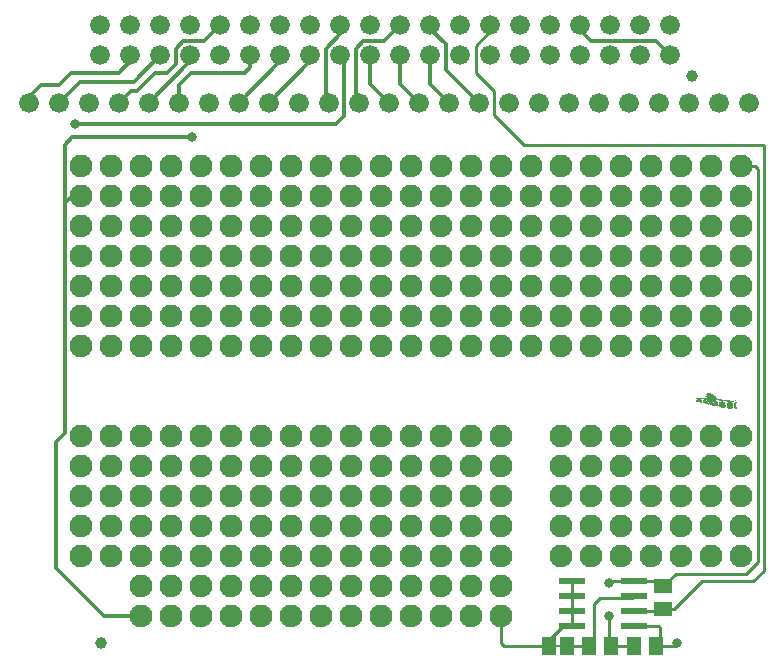
<source format=gbr>
G04 EAGLE Gerber RS-274X export*
G75*
%MOMM*%
%FSLAX34Y34*%
%LPD*%
%INTop Copper*%
%IPPOS*%
%AMOC8*
5,1,8,0,0,1.08239X$1,22.5*%
G01*
%ADD10C,1.676400*%
%ADD11R,2.200000X0.600000*%
%ADD12R,1.300000X1.500000*%
%ADD13R,1.500000X1.300000*%
%ADD14R,1.168400X1.600200*%
%ADD15R,0.635000X0.203200*%
%ADD16C,1.000000*%
%ADD17R,0.025400X0.025400*%
%ADD18R,0.228600X0.025400*%
%ADD19R,0.355600X0.025400*%
%ADD20R,0.050800X0.025400*%
%ADD21R,0.406400X0.025400*%
%ADD22R,0.127000X0.025400*%
%ADD23R,0.457200X0.025400*%
%ADD24R,0.152400X0.025400*%
%ADD25R,0.482600X0.025400*%
%ADD26R,0.279400X0.025400*%
%ADD27R,0.508000X0.025400*%
%ADD28R,0.177800X0.025400*%
%ADD29R,0.431800X0.025400*%
%ADD30R,0.533400X0.025400*%
%ADD31R,0.203200X0.025400*%
%ADD32R,0.584200X0.025400*%
%ADD33R,0.558800X0.025400*%
%ADD34R,0.304800X0.025400*%
%ADD35R,0.609600X0.025400*%
%ADD36R,0.381000X0.025400*%
%ADD37R,0.330200X0.025400*%
%ADD38R,0.101600X0.025400*%
%ADD39R,0.254000X0.025400*%
%ADD40R,0.076200X0.025400*%
%ADD41C,1.930400*%
%ADD42C,0.304800*%
%ADD43C,0.254000*%
%ADD44C,0.800100*%


D10*
X83700Y512300D03*
X83700Y537700D03*
X109100Y512300D03*
X109100Y537700D03*
X134500Y512300D03*
X134500Y537700D03*
X159900Y512300D03*
X159900Y537700D03*
X185300Y512300D03*
X185300Y537700D03*
X210700Y512300D03*
X210700Y537700D03*
X236100Y512300D03*
X236100Y537700D03*
X261500Y512300D03*
X261500Y537700D03*
X286900Y512300D03*
X286900Y537700D03*
X312300Y512300D03*
X312300Y537700D03*
X337700Y512300D03*
X337700Y537700D03*
X363100Y512300D03*
X363100Y537700D03*
X388500Y512300D03*
X388500Y537700D03*
X413900Y512300D03*
X413900Y537700D03*
X439300Y512300D03*
X439300Y537700D03*
X464700Y512300D03*
X464700Y537700D03*
X490100Y512300D03*
X490100Y537700D03*
X515500Y512300D03*
X515500Y537700D03*
X540900Y512300D03*
X540900Y537700D03*
X566300Y512300D03*
X566300Y537700D03*
X22860Y472440D03*
X48260Y472440D03*
X73660Y472440D03*
X99060Y472440D03*
X124460Y472440D03*
X149860Y472440D03*
X175260Y472440D03*
X200660Y472440D03*
X226060Y472440D03*
X251460Y472440D03*
X276860Y472440D03*
X302260Y472440D03*
X327660Y472440D03*
X353060Y472440D03*
X378460Y472440D03*
X403860Y472440D03*
X429260Y472440D03*
X454660Y472440D03*
X480060Y472440D03*
X505460Y472440D03*
X530860Y472440D03*
X556260Y472440D03*
X581660Y472440D03*
X607060Y472440D03*
X632460Y472440D03*
D11*
X483270Y54610D03*
X535270Y54610D03*
X483270Y67310D03*
X483270Y41910D03*
X483270Y29210D03*
X535270Y67310D03*
X535270Y41910D03*
X535270Y29210D03*
D12*
X554330Y12700D03*
X535330Y12700D03*
D13*
X560070Y43840D03*
X560070Y62840D03*
D12*
X497230Y12700D03*
X516230Y12700D03*
D14*
X463550Y12700D03*
X478790Y12700D03*
D15*
X471170Y12700D03*
D16*
X83820Y15240D03*
X584200Y495300D03*
D17*
X617728Y212598D03*
D18*
X617220Y212852D03*
D19*
X616585Y213106D03*
D20*
X621665Y213106D03*
D21*
X616585Y213360D03*
D22*
X621538Y213360D03*
D23*
X616585Y213614D03*
D24*
X621411Y213614D03*
X611505Y213868D03*
D25*
X616712Y213868D03*
D24*
X621411Y213868D03*
D26*
X611124Y214122D03*
D27*
X616585Y214122D03*
D28*
X621284Y214122D03*
D29*
X610616Y214376D03*
D30*
X616712Y214376D03*
D28*
X621284Y214376D03*
D30*
X610108Y214630D03*
X616712Y214630D03*
D31*
X621157Y214630D03*
D32*
X610108Y214884D03*
D30*
X616712Y214884D03*
D31*
X621157Y214884D03*
D20*
X605409Y215138D03*
D32*
X610108Y215138D03*
D33*
X616585Y215138D03*
D31*
X621157Y215138D03*
D28*
X605028Y215392D03*
D32*
X610108Y215392D03*
D33*
X616585Y215392D03*
D31*
X621157Y215392D03*
D34*
X604647Y215646D03*
D32*
X610108Y215646D03*
D33*
X616585Y215646D03*
D31*
X621157Y215646D03*
D29*
X604012Y215900D03*
D35*
X609981Y215900D03*
D30*
X616712Y215900D03*
D31*
X621157Y215900D03*
D33*
X603631Y216154D03*
D32*
X610108Y216154D03*
D30*
X616712Y216154D03*
D31*
X621157Y216154D03*
D32*
X603504Y216408D03*
X610108Y216408D03*
D27*
X616585Y216408D03*
D31*
X621157Y216408D03*
D20*
X599059Y216662D03*
D35*
X603377Y216662D03*
D32*
X610108Y216662D03*
D25*
X616712Y216662D03*
D31*
X621157Y216662D03*
D28*
X598678Y216916D03*
D25*
X604012Y216916D03*
D32*
X610108Y216916D03*
D23*
X616585Y216916D03*
D31*
X621157Y216916D03*
D18*
X597916Y217170D03*
D21*
X604393Y217170D03*
D30*
X610108Y217170D03*
D29*
X616712Y217170D03*
D28*
X621284Y217170D03*
X600710Y217424D03*
D26*
X597154Y217424D03*
D19*
X604647Y217424D03*
D30*
X610108Y217424D03*
D36*
X616712Y217424D03*
D28*
X621284Y217424D03*
D34*
X600837Y217678D03*
D37*
X596392Y217678D03*
X604774Y217678D03*
D25*
X610108Y217678D03*
D37*
X616712Y217678D03*
D24*
X621411Y217678D03*
D21*
X600583Y217932D03*
D36*
X595884Y217932D03*
D37*
X604774Y217932D03*
D29*
X610108Y217932D03*
D26*
X616712Y217932D03*
D24*
X621411Y217932D03*
D21*
X600837Y218186D03*
D20*
X592963Y218186D03*
D36*
X595884Y218186D03*
D24*
X605409Y218186D03*
D36*
X610108Y218186D03*
D28*
X616712Y218186D03*
D22*
X621538Y218186D03*
D21*
X600583Y218440D03*
D24*
X592455Y218440D03*
D19*
X595757Y218440D03*
D22*
X605536Y218440D03*
D37*
X610108Y218440D03*
D20*
X621665Y218440D03*
D23*
X600329Y218694D03*
D38*
X603885Y218694D03*
D39*
X591947Y218694D03*
D37*
X595630Y218694D03*
D40*
X605536Y218694D03*
D18*
X610108Y218694D03*
D25*
X600202Y218948D03*
D24*
X603885Y218948D03*
D19*
X591185Y218948D03*
D34*
X595503Y218948D03*
D17*
X605536Y218948D03*
D40*
X610108Y218948D03*
D23*
X600075Y219202D03*
D28*
X604012Y219202D03*
D29*
X616458Y219202D03*
D20*
X620395Y219202D03*
D23*
X590677Y219202D03*
D26*
X595630Y219202D03*
D23*
X600075Y219456D03*
D18*
X604012Y219456D03*
D32*
X614172Y219456D03*
D23*
X590677Y219456D03*
D39*
X595757Y219456D03*
D23*
X599821Y219710D03*
D18*
X604012Y219710D03*
D27*
X611759Y219710D03*
D17*
X621538Y219710D03*
D29*
X590550Y219710D03*
D18*
X595630Y219710D03*
D25*
X599694Y219964D03*
D39*
X603885Y219964D03*
D25*
X609600Y219964D03*
D21*
X590677Y219964D03*
D31*
X595757Y219964D03*
D25*
X599440Y220218D03*
D34*
X603885Y220218D03*
D21*
X607949Y220218D03*
D19*
X590677Y220218D03*
D24*
X595757Y220218D03*
D29*
X599694Y220472D03*
D34*
X603885Y220472D03*
D18*
X607060Y220472D03*
D34*
X590677Y220472D03*
D38*
X596011Y220472D03*
D29*
X599440Y220726D03*
D37*
X603758Y220726D03*
D20*
X606171Y220726D03*
D39*
X590677Y220726D03*
D20*
X596265Y220726D03*
D23*
X599313Y220980D03*
D19*
X603631Y220980D03*
D24*
X590677Y220980D03*
D23*
X599059Y221234D03*
D19*
X603631Y221234D03*
D17*
X589026Y221488D03*
X589534Y221488D03*
D31*
X594995Y221488D03*
D29*
X598932Y221488D03*
D36*
X603504Y221488D03*
D35*
X592963Y221742D03*
D36*
X598932Y221742D03*
X603250Y221742D03*
X598932Y221996D03*
D21*
X603123Y221996D03*
D36*
X598678Y222250D03*
D21*
X603123Y222250D03*
D19*
X598551Y222504D03*
D36*
X602742Y222504D03*
D17*
X605028Y222504D03*
X596646Y222758D03*
D37*
X598678Y222758D03*
D36*
X602488Y222758D03*
D34*
X598551Y223012D03*
D21*
X602361Y223012D03*
D34*
X598297Y223266D03*
D29*
X602234Y223266D03*
D26*
X598170Y223520D03*
D36*
X601726Y223520D03*
D17*
X604266Y223520D03*
D31*
X598297Y223774D03*
D21*
X601599Y223774D03*
D33*
X600075Y224028D03*
D17*
X603504Y224028D03*
D32*
X599948Y224282D03*
D27*
X599567Y224536D03*
D17*
X602488Y224536D03*
X597154Y224790D03*
D29*
X599694Y224790D03*
D17*
X602234Y224790D03*
D37*
X599186Y225044D03*
D20*
X601345Y225044D03*
D18*
X598678Y225298D03*
D20*
X600329Y225298D03*
D38*
X598043Y225552D03*
D40*
X599186Y225552D03*
D17*
X597916Y225806D03*
D20*
X598805Y225806D03*
D41*
X67310Y88900D03*
X67310Y114300D03*
X67310Y139700D03*
X67310Y165100D03*
X67310Y190500D03*
X92710Y88900D03*
X92710Y114300D03*
X92710Y139700D03*
X92710Y165100D03*
X92710Y190500D03*
X118110Y88900D03*
X118110Y114300D03*
X118110Y139700D03*
X118110Y165100D03*
X118110Y190500D03*
X143510Y88900D03*
X143510Y114300D03*
X143510Y139700D03*
X143510Y165100D03*
X143510Y190500D03*
X168910Y88900D03*
X168910Y114300D03*
X168910Y139700D03*
X168910Y165100D03*
X168910Y190500D03*
X194310Y88900D03*
X194310Y114300D03*
X194310Y139700D03*
X194310Y165100D03*
X194310Y190500D03*
X245110Y88900D03*
X245110Y114300D03*
X245110Y139700D03*
X245110Y165100D03*
X245110Y190500D03*
X219710Y88900D03*
X219710Y114300D03*
X219710Y139700D03*
X219710Y165100D03*
X219710Y190500D03*
X270510Y88900D03*
X270510Y114300D03*
X270510Y139700D03*
X270510Y165100D03*
X270510Y190500D03*
X295910Y88900D03*
X295910Y114300D03*
X295910Y139700D03*
X295910Y165100D03*
X295910Y190500D03*
X321310Y88900D03*
X321310Y114300D03*
X321310Y139700D03*
X321310Y165100D03*
X321310Y190500D03*
X346710Y88900D03*
X346710Y114300D03*
X346710Y139700D03*
X346710Y165100D03*
X346710Y190500D03*
X372110Y88900D03*
X372110Y114300D03*
X372110Y139700D03*
X372110Y165100D03*
X372110Y190500D03*
X397510Y88900D03*
X397510Y114300D03*
X397510Y139700D03*
X397510Y165100D03*
X397510Y190500D03*
X422910Y88900D03*
X422910Y114300D03*
X422910Y139700D03*
X422910Y165100D03*
X422910Y190500D03*
X499110Y88900D03*
X499110Y114300D03*
X499110Y139700D03*
X499110Y165100D03*
X499110Y190500D03*
X473710Y88900D03*
X473710Y114300D03*
X473710Y139700D03*
X473710Y165100D03*
X473710Y190500D03*
X524510Y88900D03*
X524510Y114300D03*
X524510Y139700D03*
X524510Y165100D03*
X524510Y190500D03*
X549910Y88900D03*
X549910Y114300D03*
X549910Y139700D03*
X549910Y165100D03*
X549910Y190500D03*
X600710Y88900D03*
X600710Y114300D03*
X600710Y139700D03*
X600710Y165100D03*
X600710Y190500D03*
X575310Y88900D03*
X575310Y114300D03*
X575310Y139700D03*
X575310Y165100D03*
X575310Y190500D03*
X626110Y88900D03*
X626110Y114300D03*
X626110Y139700D03*
X626110Y190500D03*
X626110Y165100D03*
X626110Y368300D03*
X626110Y342900D03*
X626110Y317500D03*
X626110Y292100D03*
X626110Y266700D03*
X600710Y368300D03*
X600710Y342900D03*
X600710Y317500D03*
X600710Y292100D03*
X600710Y266700D03*
X575310Y368300D03*
X575310Y342900D03*
X575310Y317500D03*
X575310Y292100D03*
X575310Y266700D03*
X549910Y368300D03*
X549910Y342900D03*
X549910Y317500D03*
X549910Y292100D03*
X549910Y266700D03*
X524510Y368300D03*
X524510Y342900D03*
X524510Y317500D03*
X524510Y292100D03*
X524510Y266700D03*
X499110Y368300D03*
X499110Y342900D03*
X499110Y317500D03*
X499110Y292100D03*
X499110Y266700D03*
X473710Y368300D03*
X473710Y342900D03*
X473710Y317500D03*
X473710Y292100D03*
X473710Y266700D03*
X448310Y368300D03*
X448310Y342900D03*
X448310Y317500D03*
X448310Y292100D03*
X448310Y266700D03*
X422910Y368300D03*
X422910Y342900D03*
X422910Y317500D03*
X422910Y292100D03*
X422910Y266700D03*
X372110Y368300D03*
X372110Y342900D03*
X372110Y317500D03*
X372110Y292100D03*
X372110Y266700D03*
X397510Y368300D03*
X397510Y342900D03*
X397510Y317500D03*
X397510Y292100D03*
X397510Y266700D03*
X346710Y368300D03*
X346710Y342900D03*
X346710Y317500D03*
X346710Y292100D03*
X346710Y266700D03*
X321310Y368300D03*
X321310Y342900D03*
X321310Y317500D03*
X321310Y292100D03*
X321310Y266700D03*
X270510Y368300D03*
X270510Y342900D03*
X270510Y317500D03*
X270510Y292100D03*
X270510Y266700D03*
X295910Y368300D03*
X295910Y342900D03*
X295910Y317500D03*
X295910Y292100D03*
X295910Y266700D03*
X245110Y368300D03*
X245110Y342900D03*
X245110Y317500D03*
X245110Y266700D03*
X245110Y292100D03*
X219710Y368300D03*
X219710Y342900D03*
X219710Y317500D03*
X219710Y292100D03*
X219710Y266700D03*
X194310Y368300D03*
X194310Y342900D03*
X194310Y317500D03*
X194310Y292100D03*
X194310Y266700D03*
X168910Y368300D03*
X168910Y342900D03*
X168910Y317500D03*
X168910Y292100D03*
X168910Y266700D03*
X118110Y368300D03*
X118110Y342900D03*
X118110Y317500D03*
X118110Y292100D03*
X118110Y266700D03*
X143510Y368300D03*
X143510Y342900D03*
X143510Y317500D03*
X143510Y292100D03*
X143510Y266700D03*
X92710Y368300D03*
X92710Y342900D03*
X92710Y317500D03*
X92710Y292100D03*
X92710Y266700D03*
X67310Y368300D03*
X67310Y342900D03*
X67310Y317500D03*
X67310Y292100D03*
X67310Y266700D03*
X422910Y63500D03*
X397510Y63500D03*
X372110Y63500D03*
X346710Y63500D03*
X295910Y63500D03*
X321310Y63500D03*
X270510Y63500D03*
X245110Y63500D03*
X219710Y63500D03*
X194310Y63500D03*
X168910Y63500D03*
X143510Y63500D03*
X118110Y63500D03*
D42*
X22860Y472440D02*
X22860Y477520D01*
X33020Y487680D01*
X48260Y487680D01*
X58420Y497840D01*
X99060Y497840D01*
X109100Y507880D01*
X109100Y512300D01*
X66040Y490220D02*
X48260Y472440D01*
X66040Y490220D02*
X112420Y490220D01*
X134500Y512300D01*
X159900Y507880D02*
X124460Y472440D01*
X159900Y507880D02*
X159900Y512300D01*
X149860Y487680D02*
X149860Y472440D01*
X149860Y487680D02*
X160020Y497840D01*
X205740Y497840D01*
X210700Y502800D01*
X210700Y512300D01*
X236100Y507880D02*
X200660Y472440D01*
X236100Y507880D02*
X236100Y512300D01*
X261500Y507880D02*
X226060Y472440D01*
X261500Y507880D02*
X261500Y512300D01*
X312300Y487800D02*
X327660Y472440D01*
X312300Y487800D02*
X312300Y512300D01*
X337700Y487800D02*
X353060Y472440D01*
X337700Y487800D02*
X337700Y512300D01*
X363100Y487800D02*
X378460Y472440D01*
X363100Y487800D02*
X363100Y512300D01*
D43*
X516230Y12700D02*
X535330Y12700D01*
X560070Y62840D02*
X555600Y67310D01*
X535270Y67310D01*
X516890Y13360D02*
X516230Y12700D01*
X516890Y13360D02*
X514350Y15900D01*
X514350Y38100D01*
D44*
X514350Y38100D03*
X514350Y66040D03*
D43*
X515620Y67310D01*
X535270Y67310D01*
D41*
X67310Y419100D03*
X92710Y419100D03*
X118110Y419100D03*
X143510Y419100D03*
X168910Y419100D03*
X194310Y419100D03*
X219710Y419100D03*
X245110Y419100D03*
X270510Y419100D03*
X295910Y419100D03*
X321310Y419100D03*
X346710Y419100D03*
X372110Y419100D03*
D42*
X289560Y509640D02*
X286900Y512300D01*
X289560Y509640D02*
X289560Y461010D01*
X283210Y454660D01*
X62230Y454660D01*
D44*
X62230Y454660D03*
D41*
X397510Y419100D03*
X422910Y419100D03*
X448310Y419100D03*
X473710Y419100D03*
X499110Y419100D03*
X524510Y419100D03*
X549910Y419100D03*
X575310Y419100D03*
X600710Y419100D03*
X626110Y419100D03*
D43*
X570890Y73660D02*
X560070Y62840D01*
X570890Y73660D02*
X629920Y73660D01*
X640080Y83820D01*
X640080Y416560D01*
X637540Y419100D01*
X626110Y419100D01*
D41*
X626110Y393700D03*
X600710Y393700D03*
X575310Y393700D03*
X549910Y393700D03*
X524510Y393700D03*
X499110Y393700D03*
X473710Y393700D03*
X448310Y393700D03*
X422910Y393700D03*
X397510Y393700D03*
X372110Y393700D03*
X346710Y393700D03*
X321310Y393700D03*
X295910Y393700D03*
X245110Y393700D03*
X270510Y393700D03*
X219710Y393700D03*
X194310Y393700D03*
X168910Y393700D03*
X143510Y393700D03*
X118110Y393700D03*
X92710Y393700D03*
X67310Y393700D03*
D43*
X483270Y54610D02*
X483270Y41910D01*
X483270Y29210D01*
X483270Y54610D02*
X483270Y67310D01*
X483270Y29210D02*
X474980Y29210D01*
X461010Y15240D01*
X463550Y12700D01*
D41*
X118110Y38100D03*
X143510Y38100D03*
X168910Y38100D03*
X194310Y38100D03*
X219710Y38100D03*
X245110Y38100D03*
X270510Y38100D03*
X295910Y38100D03*
X321310Y38100D03*
X346710Y38100D03*
X372110Y38100D03*
X397510Y38100D03*
X422910Y38100D03*
D43*
X422910Y15240D01*
X425450Y12700D01*
X463550Y12700D01*
D42*
X490100Y533520D02*
X490100Y537700D01*
X490100Y533520D02*
X499110Y524510D01*
X554090Y524510D01*
X566300Y512300D01*
X118110Y38100D02*
X86360Y38100D01*
X45720Y78740D01*
X45720Y185420D01*
X53340Y193040D01*
X53340Y387350D01*
X59690Y393700D01*
X67310Y393700D01*
X53340Y387350D02*
X53340Y436880D01*
X59690Y443230D01*
X161290Y443230D01*
D44*
X161290Y443230D03*
D42*
X109220Y482600D02*
X99060Y472440D01*
X109220Y482600D02*
X114300Y482600D01*
X129540Y497840D01*
X139700Y497840D01*
X147320Y505460D01*
X147320Y518160D01*
X153670Y524510D01*
X171450Y524510D01*
X184640Y537700D01*
X185300Y537700D01*
X274320Y474980D02*
X276860Y472440D01*
X274320Y474980D02*
X274320Y518160D01*
X286900Y530740D01*
X286900Y537700D01*
X299720Y474980D02*
X302260Y472440D01*
X299720Y474980D02*
X299720Y518160D01*
X306070Y524510D01*
X323850Y524510D01*
X337040Y537700D01*
X337700Y537700D01*
X375920Y500380D02*
X403860Y472440D01*
X375920Y500380D02*
X375920Y521970D01*
X363100Y534790D01*
X363100Y537700D01*
D43*
X535270Y41910D02*
X558140Y41910D01*
X560070Y43840D01*
X569620Y43840D02*
X593090Y67310D01*
X636270Y67310D01*
X645160Y76200D01*
X645160Y436880D01*
X416560Y462280D02*
X416560Y482600D01*
X401320Y497840D01*
X401320Y520700D01*
X413900Y533280D01*
X413900Y537700D01*
X441960Y436880D02*
X645160Y436880D01*
X441960Y436880D02*
X416560Y462280D01*
X560070Y43840D02*
X569620Y43840D01*
X557530Y15900D02*
X554330Y12700D01*
X557530Y15900D02*
X557530Y27940D01*
X556260Y29210D01*
X535270Y29210D01*
D44*
X571500Y15240D03*
D43*
X568960Y12700D01*
X554330Y12700D01*
X497230Y12700D02*
X478790Y12700D01*
X497230Y12700D02*
X501650Y17120D01*
X501650Y48260D01*
X506730Y53340D01*
X534000Y53340D01*
X535270Y54610D01*
M02*

</source>
